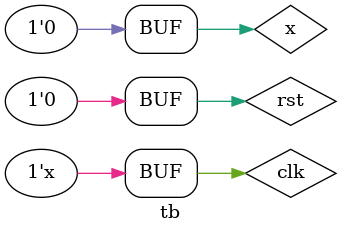
<source format=v>

module dff(input clk, input rst, input d, output reg q);

always@(posedge clk)
begin
if(rst)q<=0;
else
q<=d;
end

endmodule

module mux4to1(input [1:0] s, input [3:0] i, output y);

assign y=i[s];

endmodule

module top(input x, input clk, input rst, output y);

wire w,w1;

dff d0(clk,rst,x,w);
dff d1(clk,rst,w,w1);

mux4to1 m0({w,w1},{1'b1,x,x,1'b0},y);

endmodule

// Testbench

module tb();
reg clk,rst,x;
wire y;

top t(x,clk,rst,y);

always #5 clk=~clk;

initial
begin 
clk=1'b0;
rst=1'b1;
#1 rst=1'b0; 
#1 x=1'b0;
#10 x=1'b0; 
#10 x=1'b1; $strobe($time," ", y);
#10 x=1'b1; $strobe($time," ", y);
#10 x=1'b1; $strobe($time," ", y);
#10 x=1'b0; $strobe($time," ", y);
#10 x=1'b1; $strobe($time," ", y);
#10 x=1'b1; $strobe($time," ", y);
#10 x=1'b0; $strobe($time," ", y);
#10 x=1'b0; $strobe($time," ", y);
#10 x=1'b0; $strobe($time," ", y);
#10 x=1'b0; $strobe($time," ", y);
end
endmodule











</source>
